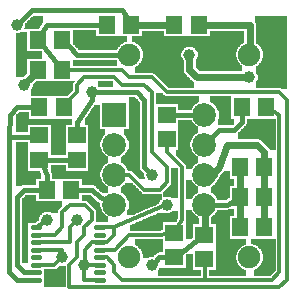
<source format=gbl>
G04 MADE WITH FRITZING*
G04 WWW.FRITZING.ORG*
G04 DOUBLE SIDED*
G04 HOLES PLATED*
G04 CONTOUR ON CENTER OF CONTOUR VECTOR*
%ASAXBY*%
%FSLAX23Y23*%
%MOIN*%
%OFA0B0*%
%SFA1.0B1.0*%
%ADD10C,0.075000*%
%ADD11C,0.039370*%
%ADD12C,0.079370*%
%ADD13R,0.055118X0.059055*%
%ADD14R,0.059055X0.055118*%
%ADD15R,0.079370X0.079370*%
%ADD16C,0.016000*%
%ADD17C,0.024000*%
%ADD18C,0.012000*%
%LNCOPPER0*%
G90*
G70*
G54D10*
X893Y873D03*
X698Y822D03*
X819Y815D03*
X419Y815D03*
G54D11*
X819Y740D03*
X619Y815D03*
X544Y315D03*
X194Y140D03*
X269Y115D03*
X69Y715D03*
G54D10*
X819Y140D03*
X419Y140D03*
G54D12*
X369Y615D03*
X669Y615D03*
X369Y515D03*
X669Y515D03*
X369Y415D03*
X669Y415D03*
X369Y315D03*
X669Y315D03*
G54D11*
X494Y115D03*
X244Y265D03*
X144Y265D03*
X44Y915D03*
X294Y690D03*
X494Y415D03*
G54D13*
X869Y240D03*
X789Y240D03*
X869Y440D03*
X789Y440D03*
G54D14*
X244Y465D03*
X244Y546D03*
G54D13*
X119Y640D03*
X200Y640D03*
X144Y365D03*
X225Y365D03*
X114Y865D03*
X194Y865D03*
X194Y765D03*
X114Y765D03*
X569Y915D03*
X650Y915D03*
G54D14*
X544Y615D03*
X544Y534D03*
X119Y465D03*
X119Y546D03*
G54D13*
X344Y915D03*
X425Y915D03*
X869Y340D03*
X789Y340D03*
G54D14*
X569Y140D03*
X569Y221D03*
G54D13*
X794Y640D03*
X875Y640D03*
G54D14*
X669Y215D03*
X669Y134D03*
G54D15*
X369Y615D03*
G54D16*
X330Y240D02*
X308Y240D01*
D02*
X330Y215D02*
X308Y215D01*
D02*
X330Y190D02*
X308Y190D01*
D02*
X330Y165D02*
X308Y165D01*
D02*
X330Y140D02*
X308Y140D01*
D02*
X330Y115D02*
X308Y115D01*
D02*
X330Y90D02*
X308Y90D01*
D02*
X330Y65D02*
X308Y65D01*
D02*
X118Y64D02*
X96Y64D01*
D02*
X118Y89D02*
X96Y89D01*
D02*
X118Y114D02*
X96Y114D01*
D02*
X118Y139D02*
X96Y139D01*
D02*
X118Y164D02*
X96Y164D01*
D02*
X118Y189D02*
X96Y189D01*
D02*
X118Y214D02*
X96Y214D01*
D02*
X118Y239D02*
X96Y239D01*
D02*
X94Y540D02*
X95Y540D01*
D02*
X19Y540D02*
X94Y540D01*
D02*
X294Y665D02*
X244Y590D01*
D02*
X244Y590D02*
X244Y568D01*
D02*
X294Y676D02*
X294Y665D01*
D02*
X144Y415D02*
X144Y389D01*
D02*
X130Y443D02*
X144Y415D01*
G54D17*
D02*
X619Y765D02*
X644Y740D01*
D02*
X644Y740D02*
X800Y740D01*
D02*
X619Y796D02*
X619Y765D01*
D02*
X719Y440D02*
X694Y415D01*
D02*
X869Y490D02*
X844Y515D01*
D02*
X694Y415D02*
X700Y415D01*
D02*
X744Y515D02*
X719Y440D01*
D02*
X844Y515D02*
X744Y515D01*
D02*
X869Y464D02*
X869Y490D01*
D02*
X869Y416D02*
X869Y364D01*
D02*
X869Y316D02*
X869Y264D01*
G54D18*
D02*
X369Y240D02*
X532Y310D01*
D02*
X333Y240D02*
X369Y240D01*
D02*
X344Y190D02*
X369Y215D01*
D02*
X369Y215D02*
X369Y240D01*
D02*
X333Y190D02*
X344Y190D01*
D02*
X270Y165D02*
X294Y190D01*
D02*
X294Y190D02*
X306Y190D01*
D02*
X270Y128D02*
X270Y165D01*
D02*
X269Y65D02*
X306Y65D01*
D02*
X269Y101D02*
X269Y65D01*
D02*
X169Y115D02*
X121Y114D01*
D02*
X185Y130D02*
X169Y115D01*
D02*
X194Y165D02*
X121Y164D01*
D02*
X194Y153D02*
X194Y165D01*
D02*
X283Y115D02*
X306Y115D01*
G54D17*
D02*
X93Y741D02*
X82Y729D01*
G54D18*
D02*
X244Y140D02*
X219Y115D01*
D02*
X219Y115D02*
X219Y40D01*
D02*
X244Y190D02*
X244Y140D01*
D02*
X220Y189D02*
X220Y240D01*
D02*
X219Y40D02*
X919Y40D01*
D02*
X220Y240D02*
X235Y255D01*
D02*
X121Y189D02*
X220Y189D01*
D02*
X944Y65D02*
X944Y665D01*
D02*
X219Y765D02*
X216Y765D01*
D02*
X494Y740D02*
X419Y740D01*
D02*
X544Y690D02*
X494Y740D01*
D02*
X919Y690D02*
X544Y690D01*
D02*
X394Y765D02*
X219Y765D01*
D02*
X419Y740D02*
X394Y765D01*
D02*
X944Y665D02*
X919Y690D01*
D02*
X195Y240D02*
X195Y290D01*
D02*
X294Y265D02*
X269Y240D01*
D02*
X269Y240D02*
X269Y214D01*
D02*
X294Y290D02*
X294Y265D01*
D02*
X269Y214D02*
X244Y190D01*
D02*
X270Y314D02*
X294Y290D01*
D02*
X170Y215D02*
X195Y240D01*
D02*
X144Y215D02*
X170Y215D01*
D02*
X220Y314D02*
X270Y314D01*
D02*
X195Y290D02*
X220Y314D01*
D02*
X121Y214D02*
X144Y215D01*
G54D16*
D02*
X144Y915D02*
X322Y915D01*
D02*
X128Y889D02*
X144Y915D01*
D02*
X95Y964D02*
X54Y924D01*
D02*
X395Y965D02*
X95Y964D01*
D02*
X411Y939D02*
X395Y965D01*
G54D17*
D02*
X820Y915D02*
X820Y843D01*
G54D16*
D02*
X396Y815D02*
X244Y815D01*
D02*
X347Y326D02*
X320Y340D01*
G54D18*
D02*
X369Y115D02*
X369Y90D01*
D02*
X333Y140D02*
X344Y140D01*
D02*
X897Y627D02*
X919Y615D01*
G54D17*
D02*
X789Y264D02*
X789Y316D01*
D02*
X789Y364D02*
X789Y416D01*
G54D16*
D02*
X744Y315D02*
X695Y315D01*
D02*
X767Y327D02*
X744Y315D01*
D02*
X44Y65D02*
X94Y64D01*
D02*
X19Y165D02*
X19Y90D01*
D02*
X19Y440D02*
X19Y165D01*
D02*
X44Y115D02*
X69Y89D01*
D02*
X44Y340D02*
X44Y115D01*
D02*
X69Y365D02*
X44Y340D01*
D02*
X122Y365D02*
X69Y365D01*
G54D18*
D02*
X670Y65D02*
X670Y112D01*
D02*
X895Y65D02*
X670Y65D01*
D02*
X919Y90D02*
X895Y65D01*
D02*
X919Y615D02*
X919Y90D01*
G54D16*
D02*
X69Y89D02*
X94Y89D01*
G54D17*
D02*
X670Y240D02*
X670Y284D01*
D02*
X670Y237D02*
X670Y240D01*
G54D16*
D02*
X645Y197D02*
X593Y158D01*
G54D18*
D02*
X344Y140D02*
X369Y115D01*
D02*
X395Y65D02*
X670Y65D01*
D02*
X419Y215D02*
X519Y215D01*
D02*
X519Y215D02*
X545Y218D01*
D02*
X370Y165D02*
X419Y215D01*
D02*
X344Y165D02*
X370Y165D01*
D02*
X333Y165D02*
X344Y165D01*
G54D16*
D02*
X545Y140D02*
X519Y140D01*
D02*
X519Y140D02*
X504Y124D01*
D02*
X769Y565D02*
X794Y590D01*
D02*
X719Y565D02*
X769Y565D01*
D02*
X687Y533D02*
X719Y565D01*
D02*
X794Y590D02*
X794Y616D01*
G54D18*
D02*
X594Y265D02*
X594Y440D01*
D02*
X582Y243D02*
X594Y265D01*
D02*
X594Y440D02*
X544Y489D01*
D02*
X544Y489D02*
X544Y512D01*
D02*
X469Y715D02*
X394Y715D01*
D02*
X219Y665D02*
X219Y664D01*
D02*
X244Y690D02*
X219Y665D01*
D02*
X244Y715D02*
X244Y690D01*
D02*
X269Y740D02*
X244Y715D01*
D02*
X369Y740D02*
X269Y740D01*
D02*
X494Y490D02*
X494Y690D01*
D02*
X394Y715D02*
X369Y740D01*
D02*
X494Y690D02*
X469Y715D01*
D02*
X544Y440D02*
X494Y490D01*
D02*
X544Y390D02*
X544Y440D01*
D02*
X469Y365D02*
X520Y365D01*
D02*
X395Y415D02*
X419Y415D01*
D02*
X419Y415D02*
X469Y365D01*
G54D17*
D02*
X547Y915D02*
X447Y915D01*
G54D16*
D02*
X133Y841D02*
X175Y789D01*
D02*
X19Y440D02*
X19Y540D01*
D02*
X44Y640D02*
X97Y640D01*
D02*
X20Y615D02*
X44Y640D01*
D02*
X19Y540D02*
X20Y615D01*
G54D18*
D02*
X111Y241D02*
X133Y257D01*
G54D17*
D02*
X672Y915D02*
X820Y915D01*
G54D16*
D02*
X143Y465D02*
X220Y465D01*
D02*
X644Y615D02*
X568Y615D01*
D02*
X294Y365D02*
X269Y365D01*
D02*
X269Y365D02*
X247Y365D01*
D02*
X320Y340D02*
X294Y365D01*
D02*
X244Y815D02*
X216Y843D01*
D02*
X444Y690D02*
X469Y665D01*
D02*
X469Y665D02*
X469Y440D01*
D02*
X469Y440D02*
X485Y424D01*
D02*
X308Y690D02*
X444Y690D01*
G54D18*
D02*
X369Y90D02*
X395Y65D01*
G54D16*
D02*
X19Y90D02*
X44Y65D01*
G54D18*
D02*
X919Y40D02*
X944Y65D01*
D02*
X520Y365D02*
X544Y390D01*
G36*
X96Y944D02*
X96Y942D01*
X94Y942D01*
X94Y940D01*
X92Y940D01*
X92Y938D01*
X90Y938D01*
X90Y936D01*
X88Y936D01*
X88Y934D01*
X86Y934D01*
X86Y932D01*
X84Y932D01*
X84Y930D01*
X82Y930D01*
X82Y928D01*
X80Y928D01*
X80Y926D01*
X78Y926D01*
X78Y924D01*
X76Y924D01*
X76Y922D01*
X74Y922D01*
X74Y920D01*
X72Y920D01*
X72Y908D01*
X70Y908D01*
X70Y904D01*
X68Y904D01*
X68Y902D01*
X118Y902D01*
X118Y904D01*
X120Y904D01*
X120Y908D01*
X122Y908D01*
X122Y910D01*
X124Y910D01*
X124Y914D01*
X126Y914D01*
X126Y916D01*
X128Y916D01*
X128Y920D01*
X130Y920D01*
X130Y924D01*
X132Y924D01*
X132Y944D01*
X96Y944D01*
G37*
D02*
G36*
X836Y944D02*
X836Y924D01*
X838Y924D01*
X838Y920D01*
X840Y920D01*
X840Y854D01*
X842Y854D01*
X842Y852D01*
X844Y852D01*
X844Y850D01*
X846Y850D01*
X846Y848D01*
X850Y848D01*
X850Y846D01*
X852Y846D01*
X852Y844D01*
X854Y844D01*
X854Y840D01*
X856Y840D01*
X856Y838D01*
X858Y838D01*
X858Y834D01*
X860Y834D01*
X860Y832D01*
X862Y832D01*
X862Y826D01*
X864Y826D01*
X864Y804D01*
X862Y804D01*
X862Y798D01*
X860Y798D01*
X860Y794D01*
X858Y794D01*
X858Y792D01*
X856Y792D01*
X856Y788D01*
X854Y788D01*
X854Y786D01*
X852Y786D01*
X852Y784D01*
X850Y784D01*
X850Y782D01*
X848Y782D01*
X848Y780D01*
X846Y780D01*
X846Y778D01*
X842Y778D01*
X842Y776D01*
X840Y776D01*
X840Y756D01*
X842Y756D01*
X842Y752D01*
X844Y752D01*
X844Y748D01*
X846Y748D01*
X846Y740D01*
X848Y740D01*
X848Y738D01*
X846Y738D01*
X846Y730D01*
X844Y730D01*
X844Y726D01*
X842Y726D01*
X842Y724D01*
X840Y724D01*
X840Y704D01*
X924Y704D01*
X924Y702D01*
X944Y702D01*
X944Y944D01*
X836Y944D01*
G37*
D02*
G36*
X230Y898D02*
X230Y850D01*
X232Y850D01*
X232Y848D01*
X234Y848D01*
X234Y846D01*
X236Y846D01*
X236Y844D01*
X238Y844D01*
X238Y842D01*
X240Y842D01*
X240Y840D01*
X242Y840D01*
X242Y838D01*
X244Y838D01*
X244Y836D01*
X246Y836D01*
X246Y834D01*
X248Y834D01*
X248Y832D01*
X250Y832D01*
X250Y830D01*
X378Y830D01*
X378Y834D01*
X380Y834D01*
X380Y836D01*
X382Y836D01*
X382Y840D01*
X384Y840D01*
X384Y842D01*
X386Y842D01*
X386Y844D01*
X388Y844D01*
X388Y846D01*
X390Y846D01*
X390Y848D01*
X392Y848D01*
X392Y850D01*
X394Y850D01*
X394Y852D01*
X398Y852D01*
X398Y854D01*
X400Y854D01*
X400Y856D01*
X406Y856D01*
X406Y858D01*
X410Y858D01*
X410Y878D01*
X308Y878D01*
X308Y898D01*
X230Y898D01*
G37*
D02*
G36*
X460Y894D02*
X460Y878D01*
X534Y878D01*
X534Y894D01*
X460Y894D01*
G37*
D02*
G36*
X686Y894D02*
X686Y878D01*
X800Y878D01*
X800Y894D01*
X686Y894D01*
G37*
D02*
G36*
X428Y878D02*
X428Y876D01*
X800Y876D01*
X800Y878D01*
X428Y878D01*
G37*
D02*
G36*
X428Y878D02*
X428Y876D01*
X800Y876D01*
X800Y878D01*
X428Y878D01*
G37*
D02*
G36*
X428Y876D02*
X428Y858D01*
X434Y858D01*
X434Y856D01*
X438Y856D01*
X438Y854D01*
X442Y854D01*
X442Y852D01*
X444Y852D01*
X444Y850D01*
X446Y850D01*
X446Y848D01*
X450Y848D01*
X450Y846D01*
X452Y846D01*
X452Y844D01*
X454Y844D01*
X454Y842D01*
X626Y842D01*
X626Y840D01*
X630Y840D01*
X630Y838D01*
X634Y838D01*
X634Y836D01*
X636Y836D01*
X636Y834D01*
X638Y834D01*
X638Y832D01*
X640Y832D01*
X640Y830D01*
X642Y830D01*
X642Y828D01*
X644Y828D01*
X644Y824D01*
X646Y824D01*
X646Y816D01*
X648Y816D01*
X648Y814D01*
X646Y814D01*
X646Y806D01*
X644Y806D01*
X644Y802D01*
X642Y802D01*
X642Y798D01*
X640Y798D01*
X640Y772D01*
X642Y772D01*
X642Y770D01*
X644Y770D01*
X644Y768D01*
X646Y768D01*
X646Y766D01*
X648Y766D01*
X648Y764D01*
X650Y764D01*
X650Y762D01*
X652Y762D01*
X652Y760D01*
X794Y760D01*
X794Y780D01*
X790Y780D01*
X790Y782D01*
X788Y782D01*
X788Y784D01*
X786Y784D01*
X786Y788D01*
X784Y788D01*
X784Y790D01*
X782Y790D01*
X782Y792D01*
X780Y792D01*
X780Y796D01*
X778Y796D01*
X778Y800D01*
X776Y800D01*
X776Y806D01*
X774Y806D01*
X774Y824D01*
X776Y824D01*
X776Y828D01*
X778Y828D01*
X778Y834D01*
X780Y834D01*
X780Y836D01*
X782Y836D01*
X782Y840D01*
X784Y840D01*
X784Y842D01*
X786Y842D01*
X786Y844D01*
X788Y844D01*
X788Y846D01*
X790Y846D01*
X790Y848D01*
X792Y848D01*
X792Y850D01*
X794Y850D01*
X794Y852D01*
X798Y852D01*
X798Y854D01*
X800Y854D01*
X800Y876D01*
X428Y876D01*
G37*
D02*
G36*
X454Y842D02*
X454Y840D01*
X456Y840D01*
X456Y838D01*
X458Y838D01*
X458Y834D01*
X460Y834D01*
X460Y832D01*
X462Y832D01*
X462Y826D01*
X464Y826D01*
X464Y804D01*
X462Y804D01*
X462Y798D01*
X460Y798D01*
X460Y794D01*
X458Y794D01*
X458Y792D01*
X456Y792D01*
X456Y788D01*
X454Y788D01*
X454Y786D01*
X452Y786D01*
X452Y784D01*
X450Y784D01*
X450Y782D01*
X448Y782D01*
X448Y780D01*
X446Y780D01*
X446Y778D01*
X442Y778D01*
X442Y776D01*
X440Y776D01*
X440Y774D01*
X436Y774D01*
X436Y754D01*
X498Y754D01*
X498Y752D01*
X502Y752D01*
X502Y750D01*
X504Y750D01*
X504Y748D01*
X506Y748D01*
X506Y746D01*
X508Y746D01*
X508Y744D01*
X510Y744D01*
X510Y742D01*
X512Y742D01*
X512Y740D01*
X514Y740D01*
X514Y738D01*
X516Y738D01*
X516Y736D01*
X518Y736D01*
X518Y734D01*
X520Y734D01*
X520Y732D01*
X522Y732D01*
X522Y730D01*
X524Y730D01*
X524Y728D01*
X526Y728D01*
X526Y726D01*
X528Y726D01*
X528Y724D01*
X530Y724D01*
X530Y722D01*
X532Y722D01*
X532Y720D01*
X534Y720D01*
X534Y718D01*
X536Y718D01*
X536Y716D01*
X538Y716D01*
X538Y714D01*
X540Y714D01*
X540Y712D01*
X542Y712D01*
X542Y710D01*
X544Y710D01*
X544Y708D01*
X546Y708D01*
X546Y706D01*
X548Y706D01*
X548Y704D01*
X634Y704D01*
X634Y724D01*
X630Y724D01*
X630Y726D01*
X628Y726D01*
X628Y728D01*
X626Y728D01*
X626Y730D01*
X624Y730D01*
X624Y732D01*
X622Y732D01*
X622Y734D01*
X620Y734D01*
X620Y736D01*
X618Y736D01*
X618Y738D01*
X616Y738D01*
X616Y740D01*
X614Y740D01*
X614Y742D01*
X612Y742D01*
X612Y744D01*
X610Y744D01*
X610Y746D01*
X608Y746D01*
X608Y748D01*
X606Y748D01*
X606Y750D01*
X604Y750D01*
X604Y754D01*
X602Y754D01*
X602Y756D01*
X600Y756D01*
X600Y798D01*
X598Y798D01*
X598Y800D01*
X596Y800D01*
X596Y804D01*
X594Y804D01*
X594Y808D01*
X592Y808D01*
X592Y822D01*
X594Y822D01*
X594Y826D01*
X596Y826D01*
X596Y830D01*
X598Y830D01*
X598Y832D01*
X600Y832D01*
X600Y834D01*
X602Y834D01*
X602Y836D01*
X604Y836D01*
X604Y838D01*
X608Y838D01*
X608Y840D01*
X612Y840D01*
X612Y842D01*
X454Y842D01*
G37*
D02*
G36*
X58Y892D02*
X58Y890D01*
X54Y890D01*
X54Y888D01*
X46Y888D01*
X46Y886D01*
X40Y886D01*
X40Y740D01*
X62Y740D01*
X62Y742D01*
X68Y742D01*
X68Y744D01*
X70Y744D01*
X70Y746D01*
X72Y746D01*
X72Y748D01*
X74Y748D01*
X74Y752D01*
X76Y752D01*
X76Y754D01*
X78Y754D01*
X78Y802D01*
X128Y802D01*
X128Y822D01*
X126Y822D01*
X126Y826D01*
X124Y826D01*
X124Y828D01*
X78Y828D01*
X78Y892D01*
X58Y892D01*
G37*
D02*
G36*
X230Y798D02*
X230Y778D01*
X378Y778D01*
X378Y798D01*
X230Y798D01*
G37*
D02*
G36*
X108Y728D02*
X108Y726D01*
X106Y726D01*
X106Y724D01*
X104Y724D01*
X104Y722D01*
X102Y722D01*
X102Y720D01*
X100Y720D01*
X100Y718D01*
X98Y718D01*
X98Y714D01*
X96Y714D01*
X96Y706D01*
X94Y706D01*
X94Y702D01*
X92Y702D01*
X92Y698D01*
X90Y698D01*
X90Y678D01*
X214Y678D01*
X214Y680D01*
X216Y680D01*
X216Y682D01*
X218Y682D01*
X218Y684D01*
X220Y684D01*
X220Y686D01*
X222Y686D01*
X222Y688D01*
X224Y688D01*
X224Y690D01*
X226Y690D01*
X226Y692D01*
X228Y692D01*
X228Y694D01*
X230Y694D01*
X230Y718D01*
X232Y718D01*
X232Y722D01*
X234Y722D01*
X234Y724D01*
X236Y724D01*
X236Y726D01*
X238Y726D01*
X238Y728D01*
X108Y728D01*
G37*
D02*
G36*
X314Y726D02*
X314Y706D01*
X364Y706D01*
X364Y726D01*
X314Y726D01*
G37*
D02*
G36*
X508Y688D02*
X508Y650D01*
X582Y650D01*
X582Y630D01*
X626Y630D01*
X626Y634D01*
X628Y634D01*
X628Y638D01*
X630Y638D01*
X630Y640D01*
X632Y640D01*
X632Y644D01*
X634Y644D01*
X634Y646D01*
X636Y646D01*
X636Y648D01*
X638Y648D01*
X638Y650D01*
X640Y650D01*
X640Y652D01*
X644Y652D01*
X644Y654D01*
X646Y654D01*
X646Y656D01*
X650Y656D01*
X650Y676D01*
X538Y676D01*
X538Y678D01*
X536Y678D01*
X536Y680D01*
X534Y680D01*
X534Y682D01*
X532Y682D01*
X532Y684D01*
X530Y684D01*
X530Y686D01*
X528Y686D01*
X528Y688D01*
X508Y688D01*
G37*
D02*
G36*
X688Y676D02*
X688Y656D01*
X692Y656D01*
X692Y654D01*
X696Y654D01*
X696Y652D01*
X698Y652D01*
X698Y650D01*
X700Y650D01*
X700Y648D01*
X702Y648D01*
X702Y646D01*
X704Y646D01*
X704Y644D01*
X706Y644D01*
X706Y642D01*
X708Y642D01*
X708Y638D01*
X710Y638D01*
X710Y636D01*
X712Y636D01*
X712Y632D01*
X714Y632D01*
X714Y626D01*
X716Y626D01*
X716Y616D01*
X718Y616D01*
X718Y612D01*
X716Y612D01*
X716Y602D01*
X714Y602D01*
X714Y580D01*
X764Y580D01*
X764Y582D01*
X766Y582D01*
X766Y602D01*
X758Y602D01*
X758Y676D01*
X688Y676D01*
G37*
D02*
G36*
X418Y674D02*
X418Y568D01*
X416Y568D01*
X416Y566D01*
X402Y566D01*
X402Y546D01*
X404Y546D01*
X404Y544D01*
X406Y544D01*
X406Y542D01*
X408Y542D01*
X408Y538D01*
X410Y538D01*
X410Y536D01*
X412Y536D01*
X412Y532D01*
X414Y532D01*
X414Y526D01*
X416Y526D01*
X416Y516D01*
X418Y516D01*
X418Y512D01*
X416Y512D01*
X416Y502D01*
X414Y502D01*
X414Y498D01*
X412Y498D01*
X412Y494D01*
X410Y494D01*
X410Y490D01*
X408Y490D01*
X408Y488D01*
X406Y488D01*
X406Y486D01*
X404Y486D01*
X404Y482D01*
X402Y482D01*
X402Y480D01*
X398Y480D01*
X398Y478D01*
X396Y478D01*
X396Y476D01*
X394Y476D01*
X394Y474D01*
X392Y474D01*
X392Y454D01*
X396Y454D01*
X396Y452D01*
X398Y452D01*
X398Y450D01*
X400Y450D01*
X400Y448D01*
X402Y448D01*
X402Y446D01*
X404Y446D01*
X404Y444D01*
X406Y444D01*
X406Y442D01*
X408Y442D01*
X408Y438D01*
X410Y438D01*
X410Y436D01*
X412Y436D01*
X412Y432D01*
X414Y432D01*
X414Y428D01*
X426Y428D01*
X426Y426D01*
X428Y426D01*
X428Y424D01*
X430Y424D01*
X430Y422D01*
X432Y422D01*
X432Y420D01*
X434Y420D01*
X434Y418D01*
X436Y418D01*
X436Y416D01*
X438Y416D01*
X438Y414D01*
X440Y414D01*
X440Y412D01*
X442Y412D01*
X442Y410D01*
X444Y410D01*
X444Y408D01*
X446Y408D01*
X446Y406D01*
X448Y406D01*
X448Y404D01*
X450Y404D01*
X450Y402D01*
X452Y402D01*
X452Y400D01*
X472Y400D01*
X472Y402D01*
X470Y402D01*
X470Y406D01*
X468Y406D01*
X468Y412D01*
X466Y412D01*
X466Y422D01*
X464Y422D01*
X464Y424D01*
X462Y424D01*
X462Y426D01*
X460Y426D01*
X460Y428D01*
X458Y428D01*
X458Y430D01*
X456Y430D01*
X456Y432D01*
X454Y432D01*
X454Y658D01*
X452Y658D01*
X452Y660D01*
X450Y660D01*
X450Y662D01*
X448Y662D01*
X448Y664D01*
X446Y664D01*
X446Y666D01*
X444Y666D01*
X444Y668D01*
X442Y668D01*
X442Y670D01*
X440Y670D01*
X440Y672D01*
X438Y672D01*
X438Y674D01*
X418Y674D01*
G37*
D02*
G36*
X50Y624D02*
X50Y622D01*
X48Y622D01*
X48Y620D01*
X46Y620D01*
X46Y618D01*
X44Y618D01*
X44Y616D01*
X42Y616D01*
X42Y614D01*
X40Y614D01*
X40Y580D01*
X156Y580D01*
X156Y480D01*
X206Y480D01*
X206Y580D01*
X228Y580D01*
X228Y602D01*
X84Y602D01*
X84Y624D01*
X50Y624D01*
G37*
D02*
G36*
X40Y580D02*
X40Y556D01*
X82Y556D01*
X82Y580D01*
X40Y580D01*
G37*
D02*
G36*
X810Y602D02*
X810Y584D01*
X808Y584D01*
X808Y580D01*
X806Y580D01*
X806Y578D01*
X804Y578D01*
X804Y576D01*
X802Y576D01*
X802Y574D01*
X800Y574D01*
X800Y572D01*
X798Y572D01*
X798Y570D01*
X796Y570D01*
X796Y568D01*
X794Y568D01*
X794Y566D01*
X792Y566D01*
X792Y564D01*
X790Y564D01*
X790Y562D01*
X788Y562D01*
X788Y560D01*
X786Y560D01*
X786Y558D01*
X784Y558D01*
X784Y556D01*
X782Y556D01*
X782Y554D01*
X780Y554D01*
X780Y534D01*
X852Y534D01*
X852Y532D01*
X856Y532D01*
X856Y530D01*
X858Y530D01*
X858Y528D01*
X860Y528D01*
X860Y526D01*
X862Y526D01*
X862Y524D01*
X864Y524D01*
X864Y522D01*
X866Y522D01*
X866Y520D01*
X868Y520D01*
X868Y518D01*
X870Y518D01*
X870Y516D01*
X872Y516D01*
X872Y514D01*
X874Y514D01*
X874Y512D01*
X876Y512D01*
X876Y510D01*
X878Y510D01*
X878Y508D01*
X880Y508D01*
X880Y506D01*
X882Y506D01*
X882Y504D01*
X884Y504D01*
X884Y502D01*
X886Y502D01*
X886Y498D01*
X906Y498D01*
X906Y602D01*
X810Y602D01*
G37*
D02*
G36*
X582Y598D02*
X582Y498D01*
X574Y498D01*
X574Y478D01*
X576Y478D01*
X576Y476D01*
X578Y476D01*
X578Y474D01*
X580Y474D01*
X580Y472D01*
X582Y472D01*
X582Y470D01*
X584Y470D01*
X584Y468D01*
X586Y468D01*
X586Y466D01*
X588Y466D01*
X588Y464D01*
X590Y464D01*
X590Y462D01*
X592Y462D01*
X592Y460D01*
X594Y460D01*
X594Y458D01*
X596Y458D01*
X596Y456D01*
X598Y456D01*
X598Y454D01*
X600Y454D01*
X600Y452D01*
X602Y452D01*
X602Y450D01*
X604Y450D01*
X604Y448D01*
X606Y448D01*
X606Y446D01*
X608Y446D01*
X608Y434D01*
X628Y434D01*
X628Y438D01*
X630Y438D01*
X630Y440D01*
X632Y440D01*
X632Y444D01*
X634Y444D01*
X634Y446D01*
X636Y446D01*
X636Y448D01*
X638Y448D01*
X638Y450D01*
X640Y450D01*
X640Y452D01*
X644Y452D01*
X644Y454D01*
X646Y454D01*
X646Y476D01*
X642Y476D01*
X642Y478D01*
X640Y478D01*
X640Y480D01*
X638Y480D01*
X638Y482D01*
X636Y482D01*
X636Y484D01*
X634Y484D01*
X634Y486D01*
X632Y486D01*
X632Y488D01*
X630Y488D01*
X630Y492D01*
X628Y492D01*
X628Y496D01*
X626Y496D01*
X626Y500D01*
X624Y500D01*
X624Y506D01*
X622Y506D01*
X622Y524D01*
X624Y524D01*
X624Y530D01*
X626Y530D01*
X626Y534D01*
X628Y534D01*
X628Y538D01*
X630Y538D01*
X630Y540D01*
X632Y540D01*
X632Y544D01*
X634Y544D01*
X634Y546D01*
X636Y546D01*
X636Y548D01*
X638Y548D01*
X638Y550D01*
X640Y550D01*
X640Y552D01*
X644Y552D01*
X644Y554D01*
X646Y554D01*
X646Y576D01*
X642Y576D01*
X642Y578D01*
X640Y578D01*
X640Y580D01*
X638Y580D01*
X638Y582D01*
X636Y582D01*
X636Y584D01*
X634Y584D01*
X634Y586D01*
X632Y586D01*
X632Y588D01*
X630Y588D01*
X630Y592D01*
X628Y592D01*
X628Y596D01*
X626Y596D01*
X626Y598D01*
X582Y598D01*
G37*
D02*
G36*
X40Y524D02*
X40Y376D01*
X60Y376D01*
X60Y378D01*
X62Y378D01*
X62Y380D01*
X108Y380D01*
X108Y402D01*
X124Y402D01*
X124Y422D01*
X122Y422D01*
X122Y426D01*
X120Y426D01*
X120Y428D01*
X82Y428D01*
X82Y524D01*
X40Y524D01*
G37*
D02*
G36*
X302Y648D02*
X302Y646D01*
X300Y646D01*
X300Y642D01*
X298Y642D01*
X298Y640D01*
X296Y640D01*
X296Y636D01*
X294Y636D01*
X294Y634D01*
X292Y634D01*
X292Y630D01*
X290Y630D01*
X290Y628D01*
X288Y628D01*
X288Y624D01*
X286Y624D01*
X286Y622D01*
X284Y622D01*
X284Y618D01*
X282Y618D01*
X282Y616D01*
X280Y616D01*
X280Y612D01*
X278Y612D01*
X278Y610D01*
X276Y610D01*
X276Y606D01*
X274Y606D01*
X274Y604D01*
X272Y604D01*
X272Y600D01*
X270Y600D01*
X270Y580D01*
X282Y580D01*
X282Y430D01*
X280Y430D01*
X280Y428D01*
X324Y428D01*
X324Y430D01*
X326Y430D01*
X326Y434D01*
X328Y434D01*
X328Y438D01*
X330Y438D01*
X330Y440D01*
X332Y440D01*
X332Y444D01*
X334Y444D01*
X334Y446D01*
X336Y446D01*
X336Y448D01*
X338Y448D01*
X338Y450D01*
X340Y450D01*
X340Y452D01*
X344Y452D01*
X344Y454D01*
X346Y454D01*
X346Y476D01*
X342Y476D01*
X342Y478D01*
X340Y478D01*
X340Y480D01*
X338Y480D01*
X338Y482D01*
X336Y482D01*
X336Y484D01*
X334Y484D01*
X334Y486D01*
X332Y486D01*
X332Y488D01*
X330Y488D01*
X330Y492D01*
X328Y492D01*
X328Y496D01*
X326Y496D01*
X326Y500D01*
X324Y500D01*
X324Y506D01*
X322Y506D01*
X322Y524D01*
X324Y524D01*
X324Y530D01*
X326Y530D01*
X326Y534D01*
X328Y534D01*
X328Y538D01*
X330Y538D01*
X330Y540D01*
X332Y540D01*
X332Y544D01*
X334Y544D01*
X334Y546D01*
X336Y546D01*
X336Y566D01*
X322Y566D01*
X322Y648D01*
X302Y648D01*
G37*
D02*
G36*
X156Y448D02*
X156Y428D01*
X208Y428D01*
X208Y430D01*
X206Y430D01*
X206Y448D01*
X156Y448D01*
G37*
D02*
G36*
X156Y428D02*
X156Y426D01*
X324Y426D01*
X324Y428D01*
X156Y428D01*
G37*
D02*
G36*
X156Y428D02*
X156Y426D01*
X324Y426D01*
X324Y428D01*
X156Y428D01*
G37*
D02*
G36*
X158Y426D02*
X158Y422D01*
X160Y422D01*
X160Y402D01*
X260Y402D01*
X260Y380D01*
X302Y380D01*
X302Y378D01*
X304Y378D01*
X304Y376D01*
X306Y376D01*
X306Y374D01*
X308Y374D01*
X308Y372D01*
X310Y372D01*
X310Y370D01*
X312Y370D01*
X312Y368D01*
X314Y368D01*
X314Y366D01*
X316Y366D01*
X316Y364D01*
X318Y364D01*
X318Y362D01*
X320Y362D01*
X320Y360D01*
X322Y360D01*
X322Y358D01*
X324Y358D01*
X324Y356D01*
X326Y356D01*
X326Y354D01*
X346Y354D01*
X346Y376D01*
X342Y376D01*
X342Y378D01*
X340Y378D01*
X340Y380D01*
X338Y380D01*
X338Y382D01*
X336Y382D01*
X336Y384D01*
X334Y384D01*
X334Y386D01*
X332Y386D01*
X332Y388D01*
X330Y388D01*
X330Y392D01*
X328Y392D01*
X328Y396D01*
X326Y396D01*
X326Y400D01*
X324Y400D01*
X324Y406D01*
X322Y406D01*
X322Y424D01*
X324Y424D01*
X324Y426D01*
X158Y426D01*
G37*
D02*
G36*
X558Y438D02*
X558Y384D01*
X556Y384D01*
X556Y380D01*
X554Y380D01*
X554Y378D01*
X552Y378D01*
X552Y376D01*
X550Y376D01*
X550Y374D01*
X548Y374D01*
X548Y372D01*
X546Y372D01*
X546Y370D01*
X544Y370D01*
X544Y368D01*
X542Y368D01*
X542Y366D01*
X540Y366D01*
X540Y364D01*
X538Y364D01*
X538Y362D01*
X536Y362D01*
X536Y360D01*
X534Y360D01*
X534Y358D01*
X532Y358D01*
X532Y342D01*
X552Y342D01*
X552Y340D01*
X556Y340D01*
X556Y338D01*
X560Y338D01*
X560Y336D01*
X580Y336D01*
X580Y436D01*
X578Y436D01*
X578Y438D01*
X558Y438D01*
G37*
D02*
G36*
X734Y428D02*
X734Y424D01*
X732Y424D01*
X732Y422D01*
X730Y422D01*
X730Y420D01*
X728Y420D01*
X728Y418D01*
X726Y418D01*
X726Y416D01*
X724Y416D01*
X724Y414D01*
X722Y414D01*
X722Y412D01*
X720Y412D01*
X720Y408D01*
X718Y408D01*
X718Y404D01*
X716Y404D01*
X716Y402D01*
X714Y402D01*
X714Y398D01*
X712Y398D01*
X712Y394D01*
X710Y394D01*
X710Y390D01*
X708Y390D01*
X708Y388D01*
X706Y388D01*
X706Y386D01*
X704Y386D01*
X704Y382D01*
X702Y382D01*
X702Y380D01*
X698Y380D01*
X698Y378D01*
X696Y378D01*
X696Y376D01*
X694Y376D01*
X694Y374D01*
X692Y374D01*
X692Y354D01*
X696Y354D01*
X696Y352D01*
X698Y352D01*
X698Y350D01*
X700Y350D01*
X700Y348D01*
X702Y348D01*
X702Y346D01*
X704Y346D01*
X704Y344D01*
X706Y344D01*
X706Y342D01*
X708Y342D01*
X708Y338D01*
X710Y338D01*
X710Y336D01*
X712Y336D01*
X712Y332D01*
X714Y332D01*
X714Y330D01*
X740Y330D01*
X740Y332D01*
X744Y332D01*
X744Y334D01*
X748Y334D01*
X748Y336D01*
X752Y336D01*
X752Y338D01*
X754Y338D01*
X754Y378D01*
X768Y378D01*
X768Y402D01*
X754Y402D01*
X754Y428D01*
X734Y428D01*
G37*
D02*
G36*
X608Y396D02*
X608Y334D01*
X628Y334D01*
X628Y338D01*
X630Y338D01*
X630Y340D01*
X632Y340D01*
X632Y344D01*
X634Y344D01*
X634Y346D01*
X636Y346D01*
X636Y348D01*
X638Y348D01*
X638Y350D01*
X640Y350D01*
X640Y352D01*
X644Y352D01*
X644Y354D01*
X646Y354D01*
X646Y376D01*
X642Y376D01*
X642Y378D01*
X640Y378D01*
X640Y380D01*
X638Y380D01*
X638Y382D01*
X636Y382D01*
X636Y384D01*
X634Y384D01*
X634Y386D01*
X632Y386D01*
X632Y388D01*
X630Y388D01*
X630Y392D01*
X628Y392D01*
X628Y396D01*
X608Y396D01*
G37*
D02*
G36*
X406Y388D02*
X406Y386D01*
X404Y386D01*
X404Y382D01*
X402Y382D01*
X402Y380D01*
X398Y380D01*
X398Y378D01*
X396Y378D01*
X396Y376D01*
X394Y376D01*
X394Y374D01*
X392Y374D01*
X392Y354D01*
X396Y354D01*
X396Y352D01*
X398Y352D01*
X398Y350D01*
X400Y350D01*
X400Y348D01*
X402Y348D01*
X402Y346D01*
X404Y346D01*
X404Y344D01*
X406Y344D01*
X406Y342D01*
X408Y342D01*
X408Y338D01*
X410Y338D01*
X410Y336D01*
X412Y336D01*
X412Y332D01*
X414Y332D01*
X414Y326D01*
X416Y326D01*
X416Y316D01*
X418Y316D01*
X418Y312D01*
X416Y312D01*
X416Y302D01*
X414Y302D01*
X414Y298D01*
X412Y298D01*
X412Y294D01*
X410Y294D01*
X410Y280D01*
X430Y280D01*
X430Y282D01*
X436Y282D01*
X436Y284D01*
X440Y284D01*
X440Y286D01*
X444Y286D01*
X444Y288D01*
X450Y288D01*
X450Y290D01*
X454Y290D01*
X454Y292D01*
X458Y292D01*
X458Y294D01*
X464Y294D01*
X464Y296D01*
X468Y296D01*
X468Y298D01*
X472Y298D01*
X472Y300D01*
X478Y300D01*
X478Y302D01*
X482Y302D01*
X482Y304D01*
X486Y304D01*
X486Y306D01*
X492Y306D01*
X492Y308D01*
X496Y308D01*
X496Y310D01*
X500Y310D01*
X500Y312D01*
X506Y312D01*
X506Y314D01*
X510Y314D01*
X510Y316D01*
X514Y316D01*
X514Y318D01*
X518Y318D01*
X518Y324D01*
X520Y324D01*
X520Y328D01*
X522Y328D01*
X522Y330D01*
X524Y330D01*
X524Y332D01*
X526Y332D01*
X526Y334D01*
X528Y334D01*
X528Y350D01*
X466Y350D01*
X466Y352D01*
X462Y352D01*
X462Y354D01*
X460Y354D01*
X460Y356D01*
X458Y356D01*
X458Y358D01*
X456Y358D01*
X456Y360D01*
X454Y360D01*
X454Y362D01*
X452Y362D01*
X452Y364D01*
X450Y364D01*
X450Y366D01*
X448Y366D01*
X448Y368D01*
X446Y368D01*
X446Y370D01*
X444Y370D01*
X444Y372D01*
X442Y372D01*
X442Y374D01*
X440Y374D01*
X440Y376D01*
X438Y376D01*
X438Y378D01*
X436Y378D01*
X436Y380D01*
X434Y380D01*
X434Y382D01*
X432Y382D01*
X432Y384D01*
X430Y384D01*
X430Y386D01*
X428Y386D01*
X428Y388D01*
X406Y388D01*
G37*
D02*
G36*
X74Y348D02*
X74Y346D01*
X72Y346D01*
X72Y344D01*
X70Y344D01*
X70Y342D01*
X68Y342D01*
X68Y340D01*
X66Y340D01*
X66Y338D01*
X64Y338D01*
X64Y336D01*
X62Y336D01*
X62Y334D01*
X60Y334D01*
X60Y292D01*
X152Y292D01*
X152Y290D01*
X156Y290D01*
X156Y288D01*
X160Y288D01*
X160Y286D01*
X180Y286D01*
X180Y292D01*
X182Y292D01*
X182Y298D01*
X184Y298D01*
X184Y300D01*
X186Y300D01*
X186Y302D01*
X188Y302D01*
X188Y304D01*
X190Y304D01*
X190Y306D01*
X192Y306D01*
X192Y308D01*
X194Y308D01*
X194Y328D01*
X108Y328D01*
X108Y348D01*
X74Y348D01*
G37*
D02*
G36*
X60Y292D02*
X60Y120D01*
X80Y120D01*
X80Y254D01*
X106Y254D01*
X106Y256D01*
X110Y256D01*
X110Y258D01*
X112Y258D01*
X112Y260D01*
X114Y260D01*
X114Y262D01*
X116Y262D01*
X116Y266D01*
X118Y266D01*
X118Y274D01*
X120Y274D01*
X120Y278D01*
X122Y278D01*
X122Y280D01*
X124Y280D01*
X124Y282D01*
X126Y282D01*
X126Y284D01*
X128Y284D01*
X128Y286D01*
X130Y286D01*
X130Y288D01*
X134Y288D01*
X134Y290D01*
X138Y290D01*
X138Y292D01*
X60Y292D01*
G37*
D02*
G36*
X260Y348D02*
X260Y328D01*
X276Y328D01*
X276Y326D01*
X278Y326D01*
X278Y324D01*
X280Y324D01*
X280Y322D01*
X282Y322D01*
X282Y320D01*
X284Y320D01*
X284Y318D01*
X286Y318D01*
X286Y316D01*
X288Y316D01*
X288Y314D01*
X290Y314D01*
X290Y312D01*
X292Y312D01*
X292Y310D01*
X294Y310D01*
X294Y308D01*
X296Y308D01*
X296Y306D01*
X298Y306D01*
X298Y304D01*
X300Y304D01*
X300Y302D01*
X302Y302D01*
X302Y300D01*
X304Y300D01*
X304Y298D01*
X306Y298D01*
X306Y296D01*
X308Y296D01*
X308Y256D01*
X348Y256D01*
X348Y274D01*
X346Y274D01*
X346Y276D01*
X342Y276D01*
X342Y278D01*
X340Y278D01*
X340Y280D01*
X338Y280D01*
X338Y282D01*
X336Y282D01*
X336Y284D01*
X334Y284D01*
X334Y286D01*
X332Y286D01*
X332Y288D01*
X330Y288D01*
X330Y292D01*
X328Y292D01*
X328Y296D01*
X326Y296D01*
X326Y300D01*
X324Y300D01*
X324Y306D01*
X322Y306D01*
X322Y320D01*
X320Y320D01*
X320Y322D01*
X316Y322D01*
X316Y324D01*
X312Y324D01*
X312Y326D01*
X310Y326D01*
X310Y328D01*
X308Y328D01*
X308Y330D01*
X306Y330D01*
X306Y332D01*
X304Y332D01*
X304Y334D01*
X302Y334D01*
X302Y336D01*
X300Y336D01*
X300Y338D01*
X298Y338D01*
X298Y340D01*
X296Y340D01*
X296Y342D01*
X294Y342D01*
X294Y344D01*
X292Y344D01*
X292Y346D01*
X290Y346D01*
X290Y348D01*
X260Y348D01*
G37*
D02*
G36*
X748Y300D02*
X748Y298D01*
X712Y298D01*
X712Y294D01*
X710Y294D01*
X710Y290D01*
X708Y290D01*
X708Y288D01*
X706Y288D01*
X706Y286D01*
X704Y286D01*
X704Y282D01*
X702Y282D01*
X702Y280D01*
X698Y280D01*
X698Y278D01*
X696Y278D01*
X696Y276D01*
X694Y276D01*
X694Y274D01*
X690Y274D01*
X690Y250D01*
X706Y250D01*
X706Y98D01*
X684Y98D01*
X684Y78D01*
X806Y78D01*
X806Y98D01*
X802Y98D01*
X802Y100D01*
X798Y100D01*
X798Y102D01*
X794Y102D01*
X794Y104D01*
X792Y104D01*
X792Y106D01*
X790Y106D01*
X790Y108D01*
X788Y108D01*
X788Y110D01*
X786Y110D01*
X786Y112D01*
X784Y112D01*
X784Y114D01*
X782Y114D01*
X782Y118D01*
X780Y118D01*
X780Y120D01*
X778Y120D01*
X778Y126D01*
X776Y126D01*
X776Y132D01*
X774Y132D01*
X774Y148D01*
X776Y148D01*
X776Y154D01*
X778Y154D01*
X778Y158D01*
X780Y158D01*
X780Y162D01*
X782Y162D01*
X782Y164D01*
X784Y164D01*
X784Y168D01*
X786Y168D01*
X786Y170D01*
X788Y170D01*
X788Y172D01*
X790Y172D01*
X790Y174D01*
X794Y174D01*
X794Y176D01*
X796Y176D01*
X796Y178D01*
X800Y178D01*
X800Y180D01*
X802Y180D01*
X802Y182D01*
X808Y182D01*
X808Y202D01*
X754Y202D01*
X754Y278D01*
X768Y278D01*
X768Y300D01*
X748Y300D01*
G37*
D02*
G36*
X608Y296D02*
X608Y258D01*
X606Y258D01*
X606Y202D01*
X628Y202D01*
X628Y204D01*
X630Y204D01*
X630Y206D01*
X632Y206D01*
X632Y250D01*
X650Y250D01*
X650Y272D01*
X648Y272D01*
X648Y274D01*
X646Y274D01*
X646Y276D01*
X642Y276D01*
X642Y278D01*
X640Y278D01*
X640Y280D01*
X638Y280D01*
X638Y282D01*
X636Y282D01*
X636Y284D01*
X634Y284D01*
X634Y286D01*
X632Y286D01*
X632Y288D01*
X630Y288D01*
X630Y292D01*
X628Y292D01*
X628Y296D01*
X608Y296D01*
G37*
D02*
G36*
X560Y294D02*
X560Y292D01*
X558Y292D01*
X558Y290D01*
X554Y290D01*
X554Y288D01*
X546Y288D01*
X546Y286D01*
X580Y286D01*
X580Y294D01*
X560Y294D01*
G37*
D02*
G36*
X516Y288D02*
X516Y286D01*
X544Y286D01*
X544Y288D01*
X516Y288D01*
G37*
D02*
G36*
X510Y286D02*
X510Y284D01*
X580Y284D01*
X580Y286D01*
X510Y286D01*
G37*
D02*
G36*
X510Y286D02*
X510Y284D01*
X580Y284D01*
X580Y286D01*
X510Y286D01*
G37*
D02*
G36*
X506Y284D02*
X506Y282D01*
X502Y282D01*
X502Y280D01*
X496Y280D01*
X496Y278D01*
X492Y278D01*
X492Y276D01*
X488Y276D01*
X488Y274D01*
X482Y274D01*
X482Y272D01*
X478Y272D01*
X478Y270D01*
X474Y270D01*
X474Y268D01*
X468Y268D01*
X468Y266D01*
X464Y266D01*
X464Y264D01*
X460Y264D01*
X460Y262D01*
X454Y262D01*
X454Y260D01*
X450Y260D01*
X450Y258D01*
X446Y258D01*
X446Y256D01*
X440Y256D01*
X440Y254D01*
X436Y254D01*
X436Y252D01*
X432Y252D01*
X432Y250D01*
X426Y250D01*
X426Y248D01*
X422Y248D01*
X422Y228D01*
X524Y228D01*
X524Y230D01*
X532Y230D01*
X532Y256D01*
X574Y256D01*
X574Y258D01*
X576Y258D01*
X576Y262D01*
X578Y262D01*
X578Y266D01*
X580Y266D01*
X580Y284D01*
X506Y284D01*
G37*
D02*
G36*
X824Y202D02*
X824Y184D01*
X830Y184D01*
X830Y182D01*
X836Y182D01*
X836Y180D01*
X840Y180D01*
X840Y178D01*
X844Y178D01*
X844Y176D01*
X846Y176D01*
X846Y174D01*
X848Y174D01*
X848Y172D01*
X850Y172D01*
X850Y170D01*
X852Y170D01*
X852Y168D01*
X854Y168D01*
X854Y166D01*
X856Y166D01*
X856Y164D01*
X858Y164D01*
X858Y160D01*
X860Y160D01*
X860Y156D01*
X862Y156D01*
X862Y150D01*
X864Y150D01*
X864Y128D01*
X862Y128D01*
X862Y124D01*
X860Y124D01*
X860Y120D01*
X858Y120D01*
X858Y116D01*
X856Y116D01*
X856Y114D01*
X854Y114D01*
X854Y112D01*
X852Y112D01*
X852Y108D01*
X850Y108D01*
X850Y106D01*
X846Y106D01*
X846Y104D01*
X844Y104D01*
X844Y102D01*
X842Y102D01*
X842Y100D01*
X838Y100D01*
X838Y98D01*
X834Y98D01*
X834Y78D01*
X890Y78D01*
X890Y80D01*
X892Y80D01*
X892Y82D01*
X894Y82D01*
X894Y84D01*
X896Y84D01*
X896Y86D01*
X898Y86D01*
X898Y88D01*
X900Y88D01*
X900Y90D01*
X902Y90D01*
X902Y92D01*
X904Y92D01*
X904Y94D01*
X906Y94D01*
X906Y202D01*
X824Y202D01*
G37*
D02*
G36*
X436Y200D02*
X436Y180D01*
X440Y180D01*
X440Y178D01*
X444Y178D01*
X444Y176D01*
X446Y176D01*
X446Y174D01*
X448Y174D01*
X448Y172D01*
X450Y172D01*
X450Y170D01*
X452Y170D01*
X452Y168D01*
X454Y168D01*
X454Y166D01*
X456Y166D01*
X456Y164D01*
X458Y164D01*
X458Y160D01*
X460Y160D01*
X460Y156D01*
X462Y156D01*
X462Y150D01*
X464Y150D01*
X464Y138D01*
X484Y138D01*
X484Y140D01*
X488Y140D01*
X488Y142D01*
X500Y142D01*
X500Y144D01*
X502Y144D01*
X502Y146D01*
X504Y146D01*
X504Y148D01*
X506Y148D01*
X506Y150D01*
X508Y150D01*
X508Y152D01*
X510Y152D01*
X510Y154D01*
X516Y154D01*
X516Y156D01*
X532Y156D01*
X532Y200D01*
X436Y200D01*
G37*
D02*
G36*
X612Y152D02*
X612Y150D01*
X608Y150D01*
X608Y148D01*
X606Y148D01*
X606Y104D01*
X518Y104D01*
X518Y100D01*
X516Y100D01*
X516Y98D01*
X514Y98D01*
X514Y78D01*
X656Y78D01*
X656Y98D01*
X632Y98D01*
X632Y152D01*
X612Y152D01*
G37*
D02*
G36*
X186Y112D02*
X186Y110D01*
X184Y110D01*
X184Y108D01*
X182Y108D01*
X182Y106D01*
X180Y106D01*
X180Y104D01*
X178Y104D01*
X178Y102D01*
X172Y102D01*
X172Y100D01*
X134Y100D01*
X134Y40D01*
X206Y40D01*
X206Y112D01*
X186Y112D01*
G37*
D02*
G04 End of Copper0*
M02*
</source>
